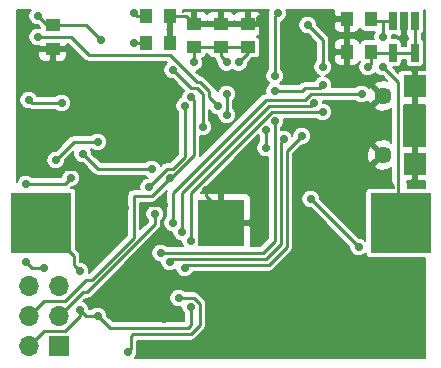
<source format=gbr>
G04 #@! TF.FileFunction,Copper,L1,Top,Signal*
%FSLAX46Y46*%
G04 Gerber Fmt 4.6, Leading zero omitted, Abs format (unit mm)*
G04 Created by KiCad (PCBNEW 4.0.5) date 08/11/17 18:39:36*
%MOMM*%
%LPD*%
G01*
G04 APERTURE LIST*
%ADD10C,0.100000*%
%ADD11R,3.960000X3.960000*%
%ADD12R,5.100000X5.100000*%
%ADD13R,1.700000X1.700000*%
%ADD14O,1.700000X1.700000*%
%ADD15R,0.650000X1.560000*%
%ADD16C,1.450000*%
%ADD17R,1.900000X1.900000*%
%ADD18R,1.000000X1.250000*%
%ADD19R,1.250000X1.000000*%
%ADD20C,0.700000*%
%ADD21C,0.250000*%
%ADD22C,0.175000*%
G04 APERTURE END LIST*
D10*
D11*
X146050000Y-68072000D03*
D12*
X130800000Y-68072000D03*
X161300000Y-68072000D03*
D13*
X132334000Y-78486000D03*
D14*
X129794000Y-78486000D03*
X132334000Y-75946000D03*
X129794000Y-75946000D03*
X132334000Y-73406000D03*
X129794000Y-73406000D03*
D15*
X162494000Y-50974000D03*
X161544000Y-50974000D03*
X160594000Y-50974000D03*
X160594000Y-53674000D03*
X162494000Y-53674000D03*
D16*
X159766000Y-62317000D03*
X159766000Y-57317000D03*
D17*
X162466000Y-63117000D03*
X162466000Y-56517000D03*
D18*
X158734000Y-53594000D03*
X156734000Y-53594000D03*
X158734000Y-50800000D03*
X156734000Y-50800000D03*
D19*
X143764000Y-53197000D03*
X143764000Y-51197000D03*
X146050000Y-53197000D03*
X146050000Y-51197000D03*
X148336000Y-53197000D03*
X148336000Y-51197000D03*
X131826000Y-51324000D03*
X131826000Y-53324000D03*
D18*
X141716000Y-50546000D03*
X139716000Y-50546000D03*
X141716000Y-52832000D03*
X139716000Y-52832000D03*
D20*
X136271000Y-58267600D03*
X141224000Y-66548000D03*
X139446000Y-66802000D03*
X137922000Y-66802000D03*
X136652000Y-68072000D03*
X137668000Y-75930000D03*
X141224000Y-76200000D03*
X144780000Y-65278000D03*
X131064000Y-62484000D03*
X136144000Y-54864000D03*
X139065000Y-60452000D03*
X138938000Y-58928000D03*
X149098000Y-54610000D03*
X149352000Y-50800000D03*
X133096000Y-53340000D03*
X161544000Y-52324000D03*
X134112000Y-72136000D03*
X159766000Y-52324000D03*
X159766000Y-54864000D03*
X134112000Y-75438000D03*
X157734000Y-70104000D03*
X153670000Y-66040000D03*
X149860000Y-60198000D03*
X149860000Y-61722000D03*
X135890000Y-52578000D03*
X143510000Y-75184000D03*
X135636000Y-75946000D03*
X130556000Y-50546000D03*
X147574000Y-54483000D03*
X146558000Y-54483000D03*
X143764000Y-54483000D03*
X157988000Y-57150000D03*
X141986000Y-68072000D03*
X158496000Y-54864000D03*
X138684000Y-50292000D03*
X138684000Y-52832000D03*
X140462000Y-67310000D03*
X139954000Y-65024000D03*
X143002000Y-58166000D03*
X141732000Y-64262000D03*
X143510000Y-57404000D03*
X146558000Y-58928000D03*
X141732000Y-71374000D03*
X151384000Y-60960000D03*
X146558000Y-57150000D03*
X145796000Y-58166000D03*
X130556000Y-52324000D03*
X129540000Y-71374000D03*
X129540000Y-64770000D03*
X133350000Y-64262000D03*
X131064000Y-71882000D03*
X135636000Y-61214000D03*
X132080000Y-62738000D03*
X142494000Y-74422000D03*
X138176000Y-78994000D03*
X154686000Y-58674000D03*
X143510000Y-69596000D03*
X142748000Y-68834000D03*
X153924000Y-57912000D03*
X150876000Y-50292000D03*
X150622000Y-55626000D03*
X143002000Y-71882000D03*
X152908000Y-60706000D03*
X129794000Y-57658000D03*
X132588000Y-57912000D03*
X134366000Y-62230000D03*
X140208000Y-63500000D03*
X141986000Y-55118000D03*
X144526000Y-59944000D03*
X140970000Y-70612000D03*
X150622000Y-59436000D03*
X150622000Y-56896000D03*
X154686000Y-56388000D03*
X154686000Y-54864000D03*
X153416000Y-51308000D03*
D21*
X138938000Y-58928000D02*
X136931400Y-58928000D01*
X136931400Y-58928000D02*
X136271000Y-58267600D01*
X136652000Y-68072000D02*
X137922000Y-66802000D01*
X139700000Y-66548000D02*
X141224000Y-66548000D01*
X139446000Y-66802000D02*
X139700000Y-66548000D01*
X131064000Y-62992000D02*
X131064000Y-62484000D01*
X131826000Y-63754000D02*
X131064000Y-62992000D01*
X132334000Y-63754000D02*
X131826000Y-63754000D01*
X132588000Y-63500000D02*
X132334000Y-63754000D01*
X133858000Y-63500000D02*
X132588000Y-63500000D01*
X134874000Y-64516000D02*
X133858000Y-63500000D01*
X134874000Y-66294000D02*
X134874000Y-64516000D01*
X136652000Y-68072000D02*
X134874000Y-66294000D01*
X140208000Y-76200000D02*
X141224000Y-76200000D01*
X139954000Y-75946000D02*
X140208000Y-76200000D01*
X137684000Y-75946000D02*
X139954000Y-75946000D01*
X137684000Y-75946000D02*
X137668000Y-75930000D01*
X144780000Y-65786000D02*
X146050000Y-67056000D01*
X144780000Y-65278000D02*
X144780000Y-65786000D01*
X146050000Y-67056000D02*
X146050000Y-68072000D01*
X133604000Y-59944000D02*
X131064000Y-62484000D01*
X133604000Y-57404000D02*
X133604000Y-59944000D01*
X136144000Y-54864000D02*
X133604000Y-57404000D01*
X138938000Y-60325000D02*
X138938000Y-58928000D01*
X139065000Y-60452000D02*
X138938000Y-60325000D01*
X149098000Y-54610000D02*
X149352000Y-54356000D01*
X149352000Y-54356000D02*
X149352000Y-50800000D01*
X149352000Y-50800000D02*
X148955000Y-51197000D01*
X148955000Y-51197000D02*
X148336000Y-51197000D01*
X133096000Y-53340000D02*
X133080000Y-53324000D01*
X133080000Y-53324000D02*
X131826000Y-53324000D01*
X141716000Y-50546000D02*
X143113000Y-50546000D01*
X143113000Y-50546000D02*
X143764000Y-51197000D01*
X146050000Y-51197000D02*
X148336000Y-51197000D01*
X146050000Y-51197000D02*
X143764000Y-51197000D01*
X161544000Y-52324000D02*
X161544000Y-50974000D01*
X161036000Y-64516000D02*
X161036000Y-67808000D01*
X161036000Y-67808000D02*
X161300000Y-68072000D01*
X133604000Y-70876000D02*
X130800000Y-68072000D01*
X133604000Y-71628000D02*
X133604000Y-70876000D01*
X134112000Y-72136000D02*
X133604000Y-71628000D01*
X131318000Y-68072000D02*
X130800000Y-68072000D01*
X159766000Y-50974000D02*
X160594000Y-50974000D01*
X159766000Y-52324000D02*
X159766000Y-50974000D01*
X161036000Y-56134000D02*
X159766000Y-54864000D01*
X161036000Y-64516000D02*
X161036000Y-56134000D01*
X160594000Y-50974000D02*
X158908000Y-50974000D01*
X158908000Y-50974000D02*
X158734000Y-50800000D01*
X129794000Y-78486000D02*
X131064000Y-77216000D01*
X134112000Y-75946000D02*
X134112000Y-75438000D01*
X132842000Y-77216000D02*
X134112000Y-75946000D01*
X131064000Y-77216000D02*
X132842000Y-77216000D01*
X135636000Y-75946000D02*
X134620000Y-75946000D01*
X134620000Y-75946000D02*
X134112000Y-75438000D01*
X153670000Y-66040000D02*
X157734000Y-70104000D01*
X149860000Y-61722000D02*
X149860000Y-60198000D01*
X134636000Y-51324000D02*
X131826000Y-51324000D01*
X135890000Y-52578000D02*
X134636000Y-51324000D01*
X143510000Y-75184000D02*
X143510000Y-76708000D01*
X143510000Y-76708000D02*
X143256000Y-76962000D01*
X143256000Y-76962000D02*
X136652000Y-76962000D01*
X136652000Y-76962000D02*
X135636000Y-75946000D01*
X146050000Y-53197000D02*
X143764000Y-53197000D01*
X148336000Y-53197000D02*
X146050000Y-53197000D01*
X130556000Y-50546000D02*
X131334000Y-51324000D01*
X131334000Y-51324000D02*
X131826000Y-51324000D01*
X148336000Y-53721000D02*
X148336000Y-53197000D01*
X147574000Y-54483000D02*
X148336000Y-53721000D01*
X146558000Y-54483000D02*
X146050000Y-53975000D01*
X146050000Y-53975000D02*
X146050000Y-53197000D01*
X143764000Y-54483000D02*
X143764000Y-53197000D01*
X153670000Y-57150000D02*
X157988000Y-57150000D01*
X153162000Y-57658000D02*
X153670000Y-57150000D01*
X149860000Y-57658000D02*
X153162000Y-57658000D01*
X141986000Y-65532000D02*
X149860000Y-57658000D01*
X141986000Y-65532000D02*
X141986000Y-65532000D01*
X141986000Y-68072000D02*
X141986000Y-65532000D01*
X158734000Y-54626000D02*
X158734000Y-53594000D01*
X158496000Y-54864000D02*
X158734000Y-54626000D01*
X160594000Y-53674000D02*
X158814000Y-53674000D01*
X158814000Y-53674000D02*
X158734000Y-53594000D01*
X162494000Y-53674000D02*
X160594000Y-53674000D01*
X162494000Y-53674000D02*
X162494000Y-50974000D01*
X138938000Y-50546000D02*
X139716000Y-50546000D01*
X138684000Y-50292000D02*
X138938000Y-50546000D01*
X138684000Y-52832000D02*
X139716000Y-52832000D01*
X140462000Y-67310000D02*
X140462000Y-68200398D01*
X140462000Y-68200398D02*
X139446000Y-69216398D01*
X132334000Y-75946000D02*
X134366000Y-73914000D01*
X134748398Y-73914000D02*
X139446000Y-69216398D01*
X134366000Y-73914000D02*
X134748398Y-73914000D01*
X141478000Y-63500000D02*
X139954000Y-65024000D01*
X141986000Y-63500000D02*
X141478000Y-63500000D01*
X143002000Y-62484000D02*
X141986000Y-63500000D01*
X143002000Y-58166000D02*
X143002000Y-62484000D01*
X129794000Y-75946000D02*
X131064000Y-74676000D01*
X131064000Y-74676000D02*
X132080000Y-74676000D01*
X132842000Y-74676000D02*
X134620000Y-72898000D01*
X134620000Y-72898000D02*
X135128000Y-72898000D01*
X135128000Y-72898000D02*
X138684000Y-69342000D01*
X138684000Y-69342000D02*
X138684000Y-67310000D01*
X140208000Y-65786000D02*
X138684000Y-65786000D01*
X138684000Y-65786000D02*
X138684000Y-67310000D01*
X141732000Y-64262000D02*
X140208000Y-65786000D01*
X132080000Y-74676000D02*
X132842000Y-74676000D01*
X129794000Y-75946000D02*
X129794000Y-75692000D01*
X141732000Y-64262000D02*
X141860398Y-64262000D01*
X143764000Y-62358398D02*
X143764000Y-57658000D01*
X141860398Y-64262000D02*
X143764000Y-62358398D01*
X143764000Y-57658000D02*
X143510000Y-57404000D01*
X143764000Y-57658000D02*
X143510000Y-57404000D01*
X143510000Y-57404000D02*
X143764000Y-57658000D01*
X146558000Y-58928000D02*
X146558000Y-57150000D01*
X141732000Y-71374000D02*
X141986000Y-71120000D01*
X141986000Y-71120000D02*
X149860000Y-71120000D01*
X149860000Y-71120000D02*
X151130000Y-69850000D01*
X151130000Y-69850000D02*
X151130000Y-61214000D01*
X151130000Y-61214000D02*
X151384000Y-60960000D01*
X145796000Y-58166000D02*
X145034000Y-57404000D01*
X145034000Y-57404000D02*
X145034000Y-56896000D01*
X133350000Y-52324000D02*
X130556000Y-52324000D01*
X134874000Y-53848000D02*
X133350000Y-52324000D01*
X141732000Y-53848000D02*
X134874000Y-53848000D01*
X144018000Y-56134000D02*
X141732000Y-53848000D01*
X144272000Y-56134000D02*
X144018000Y-56134000D01*
X145034000Y-56896000D02*
X144272000Y-56134000D01*
X131064000Y-71882000D02*
X130048000Y-71882000D01*
X130048000Y-71882000D02*
X129540000Y-71374000D01*
X132842000Y-64770000D02*
X129540000Y-64770000D01*
X133350000Y-64262000D02*
X132842000Y-64770000D01*
X133604000Y-61214000D02*
X135636000Y-61214000D01*
X132080000Y-62738000D02*
X133604000Y-61214000D01*
X143764000Y-74422000D02*
X142494000Y-74422000D01*
X144272000Y-74930000D02*
X143764000Y-74422000D01*
X144272000Y-76708000D02*
X144272000Y-74930000D01*
X143510000Y-77470000D02*
X144272000Y-76708000D01*
X138626002Y-77470000D02*
X143510000Y-77470000D01*
X138430000Y-77666002D02*
X138626002Y-77470000D01*
X138430000Y-78740000D02*
X138430000Y-77666002D01*
X138176000Y-78994000D02*
X138430000Y-78740000D01*
X150368000Y-58674000D02*
X154686000Y-58674000D01*
X143510000Y-65532000D02*
X150368000Y-58674000D01*
X143510000Y-69596000D02*
X143510000Y-65532000D01*
X142748000Y-65532000D02*
X142748000Y-68834000D01*
X150114000Y-58166000D02*
X142748000Y-65532000D01*
X153670000Y-58166000D02*
X150114000Y-58166000D01*
X153924000Y-57912000D02*
X153670000Y-58166000D01*
X150876000Y-50292000D02*
X150622000Y-50546000D01*
X150622000Y-50546000D02*
X150622000Y-55626000D01*
X143256000Y-71628000D02*
X143002000Y-71882000D01*
X150114000Y-71628000D02*
X143256000Y-71628000D01*
X151638000Y-70104000D02*
X150114000Y-71628000D01*
X151638000Y-61976000D02*
X151638000Y-70104000D01*
X151892000Y-61722000D02*
X151638000Y-61976000D01*
X152908000Y-60706000D02*
X151892000Y-61722000D01*
X132588000Y-57912000D02*
X130048000Y-57912000D01*
X130048000Y-57912000D02*
X129794000Y-57658000D01*
X135636000Y-63500000D02*
X134366000Y-62230000D01*
X136398000Y-63500000D02*
X135636000Y-63500000D01*
X140208000Y-63500000D02*
X136398000Y-63500000D01*
X141986000Y-55118000D02*
X143510000Y-56642000D01*
X143510000Y-56642000D02*
X144018000Y-56642000D01*
X144018000Y-56642000D02*
X144526000Y-57150000D01*
X144526000Y-57150000D02*
X144526000Y-59944000D01*
X149606000Y-70612000D02*
X140970000Y-70612000D01*
X150622000Y-69596000D02*
X149606000Y-70612000D01*
X150622000Y-59436000D02*
X150622000Y-69596000D01*
X152908000Y-56896000D02*
X150622000Y-56896000D01*
X153162000Y-56642000D02*
X152908000Y-56896000D01*
X154432000Y-56642000D02*
X153162000Y-56642000D01*
X154686000Y-56388000D02*
X154432000Y-56642000D01*
X154686000Y-52578000D02*
X154686000Y-54864000D01*
X153416000Y-51308000D02*
X154686000Y-52578000D01*
D22*
G36*
X155638500Y-50056547D02*
X155638500Y-50484625D01*
X155787375Y-50633500D01*
X156567500Y-50633500D01*
X156567500Y-50613500D01*
X156900500Y-50613500D01*
X156900500Y-50633500D01*
X156920500Y-50633500D01*
X156920500Y-50966500D01*
X156900500Y-50966500D01*
X156900500Y-51871625D01*
X157049375Y-52020500D01*
X157352452Y-52020500D01*
X157571323Y-51929841D01*
X157738840Y-51762324D01*
X157816240Y-51575464D01*
X157818435Y-51587128D01*
X157914253Y-51736032D01*
X158060453Y-51835927D01*
X158234000Y-51871071D01*
X159105054Y-51871071D01*
X159098779Y-51877335D01*
X158978637Y-52166669D01*
X158978364Y-52479956D01*
X158996120Y-52522929D01*
X158234000Y-52522929D01*
X158071872Y-52553435D01*
X157922968Y-52649253D01*
X157823073Y-52795453D01*
X157817690Y-52822035D01*
X157738840Y-52631676D01*
X157571323Y-52464159D01*
X157352452Y-52373500D01*
X157049375Y-52373500D01*
X156900500Y-52522375D01*
X156900500Y-53427500D01*
X156920500Y-53427500D01*
X156920500Y-53760500D01*
X156900500Y-53760500D01*
X156900500Y-54665625D01*
X157049375Y-54814500D01*
X157352452Y-54814500D01*
X157571323Y-54723841D01*
X157738840Y-54556324D01*
X157816240Y-54369464D01*
X157818435Y-54381128D01*
X157836667Y-54409461D01*
X157828779Y-54417335D01*
X157708637Y-54706669D01*
X157708364Y-55019956D01*
X157828001Y-55309500D01*
X158049335Y-55531221D01*
X158338669Y-55651363D01*
X158651956Y-55651636D01*
X158941500Y-55531999D01*
X159131137Y-55342693D01*
X159319335Y-55531221D01*
X159608669Y-55651363D01*
X159757997Y-55651493D01*
X160164600Y-56058096D01*
X159915991Y-55979011D01*
X159392548Y-56023461D01*
X159115400Y-56138259D01*
X159045202Y-56360735D01*
X159766000Y-57081533D01*
X159780142Y-57067391D01*
X160015609Y-57302858D01*
X160001467Y-57317000D01*
X160015609Y-57331142D01*
X159780142Y-57566609D01*
X159766000Y-57552467D01*
X159045202Y-58273265D01*
X159115400Y-58495741D01*
X159616009Y-58654989D01*
X160139452Y-58610539D01*
X160416600Y-58495741D01*
X160473500Y-58315410D01*
X160473500Y-61318590D01*
X160416600Y-61138259D01*
X159915991Y-60979011D01*
X159392548Y-61023461D01*
X159115400Y-61138259D01*
X159045202Y-61360735D01*
X159766000Y-62081533D01*
X159780142Y-62067391D01*
X160015609Y-62302858D01*
X160001467Y-62317000D01*
X160015609Y-62331142D01*
X159780142Y-62566609D01*
X159766000Y-62552467D01*
X159045202Y-63273265D01*
X159115400Y-63495741D01*
X159616009Y-63654989D01*
X160139452Y-63610539D01*
X160416600Y-63495741D01*
X160473500Y-63315410D01*
X160473500Y-64515995D01*
X160473499Y-64516000D01*
X160516318Y-64731260D01*
X160638252Y-64913748D01*
X160737500Y-65012996D01*
X160737500Y-65075929D01*
X158750000Y-65075929D01*
X158587872Y-65106435D01*
X158438968Y-65202253D01*
X158339073Y-65348453D01*
X158303929Y-65522000D01*
X158303929Y-69560259D01*
X158180665Y-69436779D01*
X157891331Y-69316637D01*
X157742003Y-69316507D01*
X154457507Y-66032011D01*
X154457636Y-65884044D01*
X154337999Y-65594500D01*
X154116665Y-65372779D01*
X153827331Y-65252637D01*
X153514044Y-65252364D01*
X153224500Y-65372001D01*
X153002779Y-65593335D01*
X152882637Y-65882669D01*
X152882364Y-66195956D01*
X153002001Y-66485500D01*
X153223335Y-66707221D01*
X153512669Y-66827363D01*
X153661997Y-66827493D01*
X156946493Y-70111989D01*
X156946364Y-70259956D01*
X157066001Y-70549500D01*
X157287335Y-70771221D01*
X157576669Y-70891363D01*
X157889956Y-70891636D01*
X158179500Y-70771999D01*
X158308014Y-70643709D01*
X158334435Y-70784128D01*
X158430253Y-70933032D01*
X158576453Y-71032927D01*
X158750000Y-71068071D01*
X163342500Y-71068071D01*
X163342500Y-79522500D01*
X138761243Y-79522500D01*
X138843221Y-79440665D01*
X138963363Y-79151331D01*
X138963595Y-78885316D01*
X138992500Y-78740000D01*
X138992500Y-78032500D01*
X143509995Y-78032500D01*
X143510000Y-78032501D01*
X143725260Y-77989682D01*
X143907748Y-77867748D01*
X144669745Y-77105750D01*
X144669748Y-77105748D01*
X144791682Y-76923259D01*
X144804981Y-76856400D01*
X144834501Y-76708000D01*
X144834500Y-76707995D01*
X144834500Y-74930000D01*
X144791682Y-74714741D01*
X144669748Y-74532252D01*
X144669745Y-74532250D01*
X144161748Y-74024252D01*
X143979260Y-73902318D01*
X143764000Y-73859499D01*
X143763995Y-73859500D01*
X143045203Y-73859500D01*
X142940665Y-73754779D01*
X142651331Y-73634637D01*
X142338044Y-73634364D01*
X142048500Y-73754001D01*
X141826779Y-73975335D01*
X141706637Y-74264669D01*
X141706364Y-74577956D01*
X141826001Y-74867500D01*
X142047335Y-75089221D01*
X142336669Y-75209363D01*
X142649956Y-75209636D01*
X142722504Y-75179660D01*
X142722364Y-75339956D01*
X142842001Y-75629500D01*
X142947500Y-75735183D01*
X142947500Y-76399500D01*
X136884996Y-76399500D01*
X136423507Y-75938011D01*
X136423636Y-75790044D01*
X136303999Y-75500500D01*
X136082665Y-75278779D01*
X135793331Y-75158637D01*
X135480044Y-75158364D01*
X135190500Y-75278001D01*
X135084817Y-75383500D01*
X134899548Y-75383500D01*
X134899636Y-75282044D01*
X134779999Y-74992500D01*
X134558665Y-74770779D01*
X134379226Y-74696270D01*
X134598996Y-74476500D01*
X134748393Y-74476500D01*
X134748398Y-74476501D01*
X134963658Y-74433682D01*
X135146146Y-74311748D01*
X139843745Y-69614148D01*
X139843748Y-69614146D01*
X140859748Y-68598146D01*
X140981682Y-68415658D01*
X141024501Y-68200398D01*
X141024500Y-68200393D01*
X141024500Y-67861203D01*
X141129221Y-67756665D01*
X141249363Y-67467331D01*
X141249636Y-67154044D01*
X141129999Y-66864500D01*
X140908665Y-66642779D01*
X140619331Y-66522637D01*
X140306044Y-66522364D01*
X140016500Y-66642001D01*
X139794779Y-66863335D01*
X139674637Y-67152669D01*
X139674364Y-67465956D01*
X139794001Y-67755500D01*
X139899500Y-67861183D01*
X139899500Y-67967402D01*
X139246500Y-68620402D01*
X139246500Y-66348500D01*
X140207995Y-66348500D01*
X140208000Y-66348501D01*
X140423260Y-66305682D01*
X140605748Y-66183748D01*
X141464720Y-65324776D01*
X141423499Y-65532000D01*
X141423500Y-65532005D01*
X141423500Y-67520797D01*
X141318779Y-67625335D01*
X141198637Y-67914669D01*
X141198364Y-68227956D01*
X141318001Y-68517500D01*
X141539335Y-68739221D01*
X141828669Y-68859363D01*
X141960478Y-68859478D01*
X141960364Y-68989956D01*
X142080001Y-69279500D01*
X142301335Y-69501221D01*
X142590669Y-69621363D01*
X142722478Y-69621478D01*
X142722364Y-69751956D01*
X142842001Y-70041500D01*
X142849987Y-70049500D01*
X141521203Y-70049500D01*
X141416665Y-69944779D01*
X141127331Y-69824637D01*
X140814044Y-69824364D01*
X140524500Y-69944001D01*
X140302779Y-70165335D01*
X140182637Y-70454669D01*
X140182364Y-70767956D01*
X140302001Y-71057500D01*
X140523335Y-71279221D01*
X140812669Y-71399363D01*
X140944478Y-71399478D01*
X140944364Y-71529956D01*
X141064001Y-71819500D01*
X141285335Y-72041221D01*
X141574669Y-72161363D01*
X141887956Y-72161636D01*
X142177500Y-72041999D01*
X142214393Y-72005171D01*
X142214364Y-72037956D01*
X142334001Y-72327500D01*
X142555335Y-72549221D01*
X142844669Y-72669363D01*
X143157956Y-72669636D01*
X143447500Y-72549999D01*
X143669221Y-72328665D01*
X143726592Y-72190500D01*
X150113995Y-72190500D01*
X150114000Y-72190501D01*
X150329260Y-72147682D01*
X150511748Y-72025748D01*
X152035745Y-70501750D01*
X152035748Y-70501748D01*
X152157682Y-70319259D01*
X152200500Y-70104000D01*
X152200500Y-62208995D01*
X152242486Y-62167009D01*
X158428011Y-62167009D01*
X158472461Y-62690452D01*
X158587259Y-62967600D01*
X158809735Y-63037798D01*
X159530533Y-62317000D01*
X158809735Y-61596202D01*
X158587259Y-61666400D01*
X158428011Y-62167009D01*
X152242486Y-62167009D01*
X152289745Y-62119750D01*
X152289748Y-62119748D01*
X152915989Y-61493507D01*
X153063956Y-61493636D01*
X153353500Y-61373999D01*
X153575221Y-61152665D01*
X153695363Y-60863331D01*
X153695636Y-60550044D01*
X153575999Y-60260500D01*
X153354665Y-60038779D01*
X153065331Y-59918637D01*
X152752044Y-59918364D01*
X152462500Y-60038001D01*
X152240779Y-60259335D01*
X152120637Y-60548669D01*
X152120522Y-60680339D01*
X152051999Y-60514500D01*
X151830665Y-60292779D01*
X151541331Y-60172637D01*
X151228044Y-60172364D01*
X151184500Y-60190356D01*
X151184500Y-59987203D01*
X151289221Y-59882665D01*
X151409363Y-59593331D01*
X151409636Y-59280044D01*
X151391644Y-59236500D01*
X154134797Y-59236500D01*
X154239335Y-59341221D01*
X154528669Y-59461363D01*
X154841956Y-59461636D01*
X155131500Y-59341999D01*
X155353221Y-59120665D01*
X155473363Y-58831331D01*
X155473636Y-58518044D01*
X155353999Y-58228500D01*
X155132665Y-58006779D01*
X154843331Y-57886637D01*
X154711522Y-57886522D01*
X154711636Y-57756044D01*
X154693644Y-57712500D01*
X157436797Y-57712500D01*
X157541335Y-57817221D01*
X157830669Y-57937363D01*
X158143956Y-57937636D01*
X158433500Y-57817999D01*
X158498440Y-57753172D01*
X158587259Y-57967600D01*
X158809735Y-58037798D01*
X159530533Y-57317000D01*
X158809735Y-56596202D01*
X158610610Y-56659032D01*
X158434665Y-56482779D01*
X158145331Y-56362637D01*
X157832044Y-56362364D01*
X157542500Y-56482001D01*
X157436817Y-56587500D01*
X155455853Y-56587500D01*
X155473363Y-56545331D01*
X155473636Y-56232044D01*
X155353999Y-55942500D01*
X155132665Y-55720779D01*
X154904206Y-55625915D01*
X155131500Y-55531999D01*
X155353221Y-55310665D01*
X155473363Y-55021331D01*
X155473636Y-54708044D01*
X155353999Y-54418500D01*
X155248500Y-54312817D01*
X155248500Y-53909375D01*
X155638500Y-53909375D01*
X155638500Y-54337453D01*
X155729160Y-54556324D01*
X155896677Y-54723841D01*
X156115548Y-54814500D01*
X156418625Y-54814500D01*
X156567500Y-54665625D01*
X156567500Y-53760500D01*
X155787375Y-53760500D01*
X155638500Y-53909375D01*
X155248500Y-53909375D01*
X155248500Y-52850547D01*
X155638500Y-52850547D01*
X155638500Y-53278625D01*
X155787375Y-53427500D01*
X156567500Y-53427500D01*
X156567500Y-52522375D01*
X156418625Y-52373500D01*
X156115548Y-52373500D01*
X155896677Y-52464159D01*
X155729160Y-52631676D01*
X155638500Y-52850547D01*
X155248500Y-52850547D01*
X155248500Y-52578000D01*
X155228695Y-52478435D01*
X155205682Y-52362740D01*
X155151356Y-52281435D01*
X155083748Y-52180252D01*
X155083745Y-52180250D01*
X154203507Y-51300011D01*
X154203636Y-51152044D01*
X154188485Y-51115375D01*
X155638500Y-51115375D01*
X155638500Y-51543453D01*
X155729160Y-51762324D01*
X155896677Y-51929841D01*
X156115548Y-52020500D01*
X156418625Y-52020500D01*
X156567500Y-51871625D01*
X156567500Y-50966500D01*
X155787375Y-50966500D01*
X155638500Y-51115375D01*
X154188485Y-51115375D01*
X154083999Y-50862500D01*
X153862665Y-50640779D01*
X153573331Y-50520637D01*
X153260044Y-50520364D01*
X152970500Y-50640001D01*
X152748779Y-50861335D01*
X152628637Y-51150669D01*
X152628364Y-51463956D01*
X152748001Y-51753500D01*
X152969335Y-51975221D01*
X153258669Y-52095363D01*
X153407997Y-52095493D01*
X154123500Y-52810995D01*
X154123500Y-54312797D01*
X154018779Y-54417335D01*
X153898637Y-54706669D01*
X153898364Y-55019956D01*
X154018001Y-55309500D01*
X154239335Y-55531221D01*
X154467794Y-55626085D01*
X154240500Y-55720001D01*
X154018779Y-55941335D01*
X153961408Y-56079500D01*
X153162000Y-56079500D01*
X152946740Y-56122318D01*
X152873646Y-56171158D01*
X152764252Y-56244252D01*
X152764250Y-56244255D01*
X152675005Y-56333500D01*
X151173203Y-56333500D01*
X151100693Y-56260863D01*
X151289221Y-56072665D01*
X151409363Y-55783331D01*
X151409636Y-55470044D01*
X151289999Y-55180500D01*
X151184500Y-55074817D01*
X151184500Y-51016606D01*
X151321500Y-50959999D01*
X151543221Y-50738665D01*
X151663363Y-50449331D01*
X151663636Y-50136044D01*
X151614655Y-50017500D01*
X155654674Y-50017500D01*
X155638500Y-50056547D01*
X155638500Y-50056547D01*
G37*
X155638500Y-50056547D02*
X155638500Y-50484625D01*
X155787375Y-50633500D01*
X156567500Y-50633500D01*
X156567500Y-50613500D01*
X156900500Y-50613500D01*
X156900500Y-50633500D01*
X156920500Y-50633500D01*
X156920500Y-50966500D01*
X156900500Y-50966500D01*
X156900500Y-51871625D01*
X157049375Y-52020500D01*
X157352452Y-52020500D01*
X157571323Y-51929841D01*
X157738840Y-51762324D01*
X157816240Y-51575464D01*
X157818435Y-51587128D01*
X157914253Y-51736032D01*
X158060453Y-51835927D01*
X158234000Y-51871071D01*
X159105054Y-51871071D01*
X159098779Y-51877335D01*
X158978637Y-52166669D01*
X158978364Y-52479956D01*
X158996120Y-52522929D01*
X158234000Y-52522929D01*
X158071872Y-52553435D01*
X157922968Y-52649253D01*
X157823073Y-52795453D01*
X157817690Y-52822035D01*
X157738840Y-52631676D01*
X157571323Y-52464159D01*
X157352452Y-52373500D01*
X157049375Y-52373500D01*
X156900500Y-52522375D01*
X156900500Y-53427500D01*
X156920500Y-53427500D01*
X156920500Y-53760500D01*
X156900500Y-53760500D01*
X156900500Y-54665625D01*
X157049375Y-54814500D01*
X157352452Y-54814500D01*
X157571323Y-54723841D01*
X157738840Y-54556324D01*
X157816240Y-54369464D01*
X157818435Y-54381128D01*
X157836667Y-54409461D01*
X157828779Y-54417335D01*
X157708637Y-54706669D01*
X157708364Y-55019956D01*
X157828001Y-55309500D01*
X158049335Y-55531221D01*
X158338669Y-55651363D01*
X158651956Y-55651636D01*
X158941500Y-55531999D01*
X159131137Y-55342693D01*
X159319335Y-55531221D01*
X159608669Y-55651363D01*
X159757997Y-55651493D01*
X160164600Y-56058096D01*
X159915991Y-55979011D01*
X159392548Y-56023461D01*
X159115400Y-56138259D01*
X159045202Y-56360735D01*
X159766000Y-57081533D01*
X159780142Y-57067391D01*
X160015609Y-57302858D01*
X160001467Y-57317000D01*
X160015609Y-57331142D01*
X159780142Y-57566609D01*
X159766000Y-57552467D01*
X159045202Y-58273265D01*
X159115400Y-58495741D01*
X159616009Y-58654989D01*
X160139452Y-58610539D01*
X160416600Y-58495741D01*
X160473500Y-58315410D01*
X160473500Y-61318590D01*
X160416600Y-61138259D01*
X159915991Y-60979011D01*
X159392548Y-61023461D01*
X159115400Y-61138259D01*
X159045202Y-61360735D01*
X159766000Y-62081533D01*
X159780142Y-62067391D01*
X160015609Y-62302858D01*
X160001467Y-62317000D01*
X160015609Y-62331142D01*
X159780142Y-62566609D01*
X159766000Y-62552467D01*
X159045202Y-63273265D01*
X159115400Y-63495741D01*
X159616009Y-63654989D01*
X160139452Y-63610539D01*
X160416600Y-63495741D01*
X160473500Y-63315410D01*
X160473500Y-64515995D01*
X160473499Y-64516000D01*
X160516318Y-64731260D01*
X160638252Y-64913748D01*
X160737500Y-65012996D01*
X160737500Y-65075929D01*
X158750000Y-65075929D01*
X158587872Y-65106435D01*
X158438968Y-65202253D01*
X158339073Y-65348453D01*
X158303929Y-65522000D01*
X158303929Y-69560259D01*
X158180665Y-69436779D01*
X157891331Y-69316637D01*
X157742003Y-69316507D01*
X154457507Y-66032011D01*
X154457636Y-65884044D01*
X154337999Y-65594500D01*
X154116665Y-65372779D01*
X153827331Y-65252637D01*
X153514044Y-65252364D01*
X153224500Y-65372001D01*
X153002779Y-65593335D01*
X152882637Y-65882669D01*
X152882364Y-66195956D01*
X153002001Y-66485500D01*
X153223335Y-66707221D01*
X153512669Y-66827363D01*
X153661997Y-66827493D01*
X156946493Y-70111989D01*
X156946364Y-70259956D01*
X157066001Y-70549500D01*
X157287335Y-70771221D01*
X157576669Y-70891363D01*
X157889956Y-70891636D01*
X158179500Y-70771999D01*
X158308014Y-70643709D01*
X158334435Y-70784128D01*
X158430253Y-70933032D01*
X158576453Y-71032927D01*
X158750000Y-71068071D01*
X163342500Y-71068071D01*
X163342500Y-79522500D01*
X138761243Y-79522500D01*
X138843221Y-79440665D01*
X138963363Y-79151331D01*
X138963595Y-78885316D01*
X138992500Y-78740000D01*
X138992500Y-78032500D01*
X143509995Y-78032500D01*
X143510000Y-78032501D01*
X143725260Y-77989682D01*
X143907748Y-77867748D01*
X144669745Y-77105750D01*
X144669748Y-77105748D01*
X144791682Y-76923259D01*
X144804981Y-76856400D01*
X144834501Y-76708000D01*
X144834500Y-76707995D01*
X144834500Y-74930000D01*
X144791682Y-74714741D01*
X144669748Y-74532252D01*
X144669745Y-74532250D01*
X144161748Y-74024252D01*
X143979260Y-73902318D01*
X143764000Y-73859499D01*
X143763995Y-73859500D01*
X143045203Y-73859500D01*
X142940665Y-73754779D01*
X142651331Y-73634637D01*
X142338044Y-73634364D01*
X142048500Y-73754001D01*
X141826779Y-73975335D01*
X141706637Y-74264669D01*
X141706364Y-74577956D01*
X141826001Y-74867500D01*
X142047335Y-75089221D01*
X142336669Y-75209363D01*
X142649956Y-75209636D01*
X142722504Y-75179660D01*
X142722364Y-75339956D01*
X142842001Y-75629500D01*
X142947500Y-75735183D01*
X142947500Y-76399500D01*
X136884996Y-76399500D01*
X136423507Y-75938011D01*
X136423636Y-75790044D01*
X136303999Y-75500500D01*
X136082665Y-75278779D01*
X135793331Y-75158637D01*
X135480044Y-75158364D01*
X135190500Y-75278001D01*
X135084817Y-75383500D01*
X134899548Y-75383500D01*
X134899636Y-75282044D01*
X134779999Y-74992500D01*
X134558665Y-74770779D01*
X134379226Y-74696270D01*
X134598996Y-74476500D01*
X134748393Y-74476500D01*
X134748398Y-74476501D01*
X134963658Y-74433682D01*
X135146146Y-74311748D01*
X139843745Y-69614148D01*
X139843748Y-69614146D01*
X140859748Y-68598146D01*
X140981682Y-68415658D01*
X141024501Y-68200398D01*
X141024500Y-68200393D01*
X141024500Y-67861203D01*
X141129221Y-67756665D01*
X141249363Y-67467331D01*
X141249636Y-67154044D01*
X141129999Y-66864500D01*
X140908665Y-66642779D01*
X140619331Y-66522637D01*
X140306044Y-66522364D01*
X140016500Y-66642001D01*
X139794779Y-66863335D01*
X139674637Y-67152669D01*
X139674364Y-67465956D01*
X139794001Y-67755500D01*
X139899500Y-67861183D01*
X139899500Y-67967402D01*
X139246500Y-68620402D01*
X139246500Y-66348500D01*
X140207995Y-66348500D01*
X140208000Y-66348501D01*
X140423260Y-66305682D01*
X140605748Y-66183748D01*
X141464720Y-65324776D01*
X141423499Y-65532000D01*
X141423500Y-65532005D01*
X141423500Y-67520797D01*
X141318779Y-67625335D01*
X141198637Y-67914669D01*
X141198364Y-68227956D01*
X141318001Y-68517500D01*
X141539335Y-68739221D01*
X141828669Y-68859363D01*
X141960478Y-68859478D01*
X141960364Y-68989956D01*
X142080001Y-69279500D01*
X142301335Y-69501221D01*
X142590669Y-69621363D01*
X142722478Y-69621478D01*
X142722364Y-69751956D01*
X142842001Y-70041500D01*
X142849987Y-70049500D01*
X141521203Y-70049500D01*
X141416665Y-69944779D01*
X141127331Y-69824637D01*
X140814044Y-69824364D01*
X140524500Y-69944001D01*
X140302779Y-70165335D01*
X140182637Y-70454669D01*
X140182364Y-70767956D01*
X140302001Y-71057500D01*
X140523335Y-71279221D01*
X140812669Y-71399363D01*
X140944478Y-71399478D01*
X140944364Y-71529956D01*
X141064001Y-71819500D01*
X141285335Y-72041221D01*
X141574669Y-72161363D01*
X141887956Y-72161636D01*
X142177500Y-72041999D01*
X142214393Y-72005171D01*
X142214364Y-72037956D01*
X142334001Y-72327500D01*
X142555335Y-72549221D01*
X142844669Y-72669363D01*
X143157956Y-72669636D01*
X143447500Y-72549999D01*
X143669221Y-72328665D01*
X143726592Y-72190500D01*
X150113995Y-72190500D01*
X150114000Y-72190501D01*
X150329260Y-72147682D01*
X150511748Y-72025748D01*
X152035745Y-70501750D01*
X152035748Y-70501748D01*
X152157682Y-70319259D01*
X152200500Y-70104000D01*
X152200500Y-62208995D01*
X152242486Y-62167009D01*
X158428011Y-62167009D01*
X158472461Y-62690452D01*
X158587259Y-62967600D01*
X158809735Y-63037798D01*
X159530533Y-62317000D01*
X158809735Y-61596202D01*
X158587259Y-61666400D01*
X158428011Y-62167009D01*
X152242486Y-62167009D01*
X152289745Y-62119750D01*
X152289748Y-62119748D01*
X152915989Y-61493507D01*
X153063956Y-61493636D01*
X153353500Y-61373999D01*
X153575221Y-61152665D01*
X153695363Y-60863331D01*
X153695636Y-60550044D01*
X153575999Y-60260500D01*
X153354665Y-60038779D01*
X153065331Y-59918637D01*
X152752044Y-59918364D01*
X152462500Y-60038001D01*
X152240779Y-60259335D01*
X152120637Y-60548669D01*
X152120522Y-60680339D01*
X152051999Y-60514500D01*
X151830665Y-60292779D01*
X151541331Y-60172637D01*
X151228044Y-60172364D01*
X151184500Y-60190356D01*
X151184500Y-59987203D01*
X151289221Y-59882665D01*
X151409363Y-59593331D01*
X151409636Y-59280044D01*
X151391644Y-59236500D01*
X154134797Y-59236500D01*
X154239335Y-59341221D01*
X154528669Y-59461363D01*
X154841956Y-59461636D01*
X155131500Y-59341999D01*
X155353221Y-59120665D01*
X155473363Y-58831331D01*
X155473636Y-58518044D01*
X155353999Y-58228500D01*
X155132665Y-58006779D01*
X154843331Y-57886637D01*
X154711522Y-57886522D01*
X154711636Y-57756044D01*
X154693644Y-57712500D01*
X157436797Y-57712500D01*
X157541335Y-57817221D01*
X157830669Y-57937363D01*
X158143956Y-57937636D01*
X158433500Y-57817999D01*
X158498440Y-57753172D01*
X158587259Y-57967600D01*
X158809735Y-58037798D01*
X159530533Y-57317000D01*
X158809735Y-56596202D01*
X158610610Y-56659032D01*
X158434665Y-56482779D01*
X158145331Y-56362637D01*
X157832044Y-56362364D01*
X157542500Y-56482001D01*
X157436817Y-56587500D01*
X155455853Y-56587500D01*
X155473363Y-56545331D01*
X155473636Y-56232044D01*
X155353999Y-55942500D01*
X155132665Y-55720779D01*
X154904206Y-55625915D01*
X155131500Y-55531999D01*
X155353221Y-55310665D01*
X155473363Y-55021331D01*
X155473636Y-54708044D01*
X155353999Y-54418500D01*
X155248500Y-54312817D01*
X155248500Y-53909375D01*
X155638500Y-53909375D01*
X155638500Y-54337453D01*
X155729160Y-54556324D01*
X155896677Y-54723841D01*
X156115548Y-54814500D01*
X156418625Y-54814500D01*
X156567500Y-54665625D01*
X156567500Y-53760500D01*
X155787375Y-53760500D01*
X155638500Y-53909375D01*
X155248500Y-53909375D01*
X155248500Y-52850547D01*
X155638500Y-52850547D01*
X155638500Y-53278625D01*
X155787375Y-53427500D01*
X156567500Y-53427500D01*
X156567500Y-52522375D01*
X156418625Y-52373500D01*
X156115548Y-52373500D01*
X155896677Y-52464159D01*
X155729160Y-52631676D01*
X155638500Y-52850547D01*
X155248500Y-52850547D01*
X155248500Y-52578000D01*
X155228695Y-52478435D01*
X155205682Y-52362740D01*
X155151356Y-52281435D01*
X155083748Y-52180252D01*
X155083745Y-52180250D01*
X154203507Y-51300011D01*
X154203636Y-51152044D01*
X154188485Y-51115375D01*
X155638500Y-51115375D01*
X155638500Y-51543453D01*
X155729160Y-51762324D01*
X155896677Y-51929841D01*
X156115548Y-52020500D01*
X156418625Y-52020500D01*
X156567500Y-51871625D01*
X156567500Y-50966500D01*
X155787375Y-50966500D01*
X155638500Y-51115375D01*
X154188485Y-51115375D01*
X154083999Y-50862500D01*
X153862665Y-50640779D01*
X153573331Y-50520637D01*
X153260044Y-50520364D01*
X152970500Y-50640001D01*
X152748779Y-50861335D01*
X152628637Y-51150669D01*
X152628364Y-51463956D01*
X152748001Y-51753500D01*
X152969335Y-51975221D01*
X153258669Y-52095363D01*
X153407997Y-52095493D01*
X154123500Y-52810995D01*
X154123500Y-54312797D01*
X154018779Y-54417335D01*
X153898637Y-54706669D01*
X153898364Y-55019956D01*
X154018001Y-55309500D01*
X154239335Y-55531221D01*
X154467794Y-55626085D01*
X154240500Y-55720001D01*
X154018779Y-55941335D01*
X153961408Y-56079500D01*
X153162000Y-56079500D01*
X152946740Y-56122318D01*
X152873646Y-56171158D01*
X152764252Y-56244252D01*
X152764250Y-56244255D01*
X152675005Y-56333500D01*
X151173203Y-56333500D01*
X151100693Y-56260863D01*
X151289221Y-56072665D01*
X151409363Y-55783331D01*
X151409636Y-55470044D01*
X151289999Y-55180500D01*
X151184500Y-55074817D01*
X151184500Y-51016606D01*
X151321500Y-50959999D01*
X151543221Y-50738665D01*
X151663363Y-50449331D01*
X151663636Y-50136044D01*
X151614655Y-50017500D01*
X155654674Y-50017500D01*
X155638500Y-50056547D01*
G36*
X129960500Y-73239500D02*
X129980500Y-73239500D01*
X129980500Y-73572500D01*
X129960500Y-73572500D01*
X129960500Y-73592500D01*
X129627500Y-73592500D01*
X129627500Y-73572500D01*
X129607500Y-73572500D01*
X129607500Y-73239500D01*
X129627500Y-73239500D01*
X129627500Y-73219500D01*
X129960500Y-73219500D01*
X129960500Y-73239500D01*
X129960500Y-73239500D01*
G37*
X129960500Y-73239500D02*
X129980500Y-73239500D01*
X129980500Y-73572500D01*
X129960500Y-73572500D01*
X129960500Y-73592500D01*
X129627500Y-73592500D01*
X129627500Y-73572500D01*
X129607500Y-73572500D01*
X129607500Y-73239500D01*
X129627500Y-73239500D01*
X129627500Y-73219500D01*
X129960500Y-73219500D01*
X129960500Y-73239500D01*
G36*
X129888779Y-50099335D02*
X129768637Y-50388669D01*
X129768364Y-50701956D01*
X129888001Y-50991500D01*
X130109335Y-51213221D01*
X130398669Y-51333363D01*
X130547998Y-51333493D01*
X130754929Y-51540424D01*
X130754929Y-51553910D01*
X130713331Y-51536637D01*
X130400044Y-51536364D01*
X130110500Y-51656001D01*
X129888779Y-51877335D01*
X129768637Y-52166669D01*
X129768364Y-52479956D01*
X129888001Y-52769500D01*
X130109335Y-52991221D01*
X130398669Y-53111363D01*
X130708508Y-53111633D01*
X130754375Y-53157500D01*
X131659500Y-53157500D01*
X131659500Y-53137500D01*
X131992500Y-53137500D01*
X131992500Y-53157500D01*
X132897625Y-53157500D01*
X133046500Y-53008625D01*
X133046500Y-52886500D01*
X133117004Y-52886500D01*
X134476250Y-54245745D01*
X134476252Y-54245748D01*
X134658741Y-54367682D01*
X134874000Y-54410500D01*
X141499004Y-54410500D01*
X141539502Y-54450998D01*
X141318779Y-54671335D01*
X141198637Y-54960669D01*
X141198364Y-55273956D01*
X141318001Y-55563500D01*
X141539335Y-55785221D01*
X141828669Y-55905363D01*
X141977997Y-55905493D01*
X142936391Y-56863886D01*
X142842779Y-56957335D01*
X142722637Y-57246669D01*
X142722478Y-57429420D01*
X142556500Y-57498001D01*
X142334779Y-57719335D01*
X142214637Y-58008669D01*
X142214364Y-58321956D01*
X142334001Y-58611500D01*
X142439500Y-58717183D01*
X142439500Y-62251004D01*
X141753004Y-62937500D01*
X141478000Y-62937500D01*
X141262741Y-62980318D01*
X141080252Y-63102252D01*
X141080250Y-63102255D01*
X140949681Y-63232824D01*
X140875999Y-63054500D01*
X140654665Y-62832779D01*
X140365331Y-62712637D01*
X140052044Y-62712364D01*
X139762500Y-62832001D01*
X139656817Y-62937500D01*
X135868995Y-62937500D01*
X135153507Y-62222011D01*
X135153636Y-62074044D01*
X135033999Y-61784500D01*
X135026013Y-61776500D01*
X135084797Y-61776500D01*
X135189335Y-61881221D01*
X135478669Y-62001363D01*
X135791956Y-62001636D01*
X136081500Y-61881999D01*
X136303221Y-61660665D01*
X136423363Y-61371331D01*
X136423636Y-61058044D01*
X136303999Y-60768500D01*
X136082665Y-60546779D01*
X135793331Y-60426637D01*
X135480044Y-60426364D01*
X135190500Y-60546001D01*
X135084817Y-60651500D01*
X133604000Y-60651500D01*
X133388741Y-60694318D01*
X133206252Y-60816252D01*
X133206250Y-60816255D01*
X132072011Y-61950493D01*
X131924044Y-61950364D01*
X131634500Y-62070001D01*
X131412779Y-62291335D01*
X131292637Y-62580669D01*
X131292364Y-62893956D01*
X131412001Y-63183500D01*
X131633335Y-63405221D01*
X131922669Y-63525363D01*
X132235956Y-63525636D01*
X132525500Y-63405999D01*
X132747221Y-63184665D01*
X132867363Y-62895331D01*
X132867493Y-62746003D01*
X133605486Y-62008009D01*
X133578637Y-62072669D01*
X133578364Y-62385956D01*
X133698001Y-62675500D01*
X133919335Y-62897221D01*
X134208669Y-63017363D01*
X134357997Y-63017493D01*
X135238250Y-63897745D01*
X135238252Y-63897748D01*
X135321690Y-63953499D01*
X135420740Y-64019682D01*
X135636000Y-64062500D01*
X139656797Y-64062500D01*
X139761335Y-64167221D01*
X139928123Y-64236477D01*
X139798044Y-64236364D01*
X139508500Y-64356001D01*
X139286779Y-64577335D01*
X139166637Y-64866669D01*
X139166364Y-65179956D01*
X139184356Y-65223500D01*
X138684000Y-65223500D01*
X138468741Y-65266318D01*
X138286252Y-65388252D01*
X138164318Y-65570741D01*
X138121500Y-65786000D01*
X138121500Y-69109005D01*
X134895004Y-72335500D01*
X134881853Y-72335500D01*
X134899363Y-72293331D01*
X134899636Y-71980044D01*
X134779999Y-71690500D01*
X134558665Y-71468779D01*
X134269331Y-71348637D01*
X134166500Y-71348547D01*
X134166500Y-70876005D01*
X134166501Y-70876000D01*
X134123682Y-70660741D01*
X134097796Y-70622000D01*
X134001748Y-70478252D01*
X134001745Y-70478250D01*
X133796071Y-70272576D01*
X133796071Y-65522000D01*
X133765565Y-65359872D01*
X133669747Y-65210968D01*
X133523547Y-65111073D01*
X133350000Y-65075929D01*
X133331567Y-65075929D01*
X133357989Y-65049507D01*
X133505956Y-65049636D01*
X133795500Y-64929999D01*
X134017221Y-64708665D01*
X134137363Y-64419331D01*
X134137636Y-64106044D01*
X134017999Y-63816500D01*
X133796665Y-63594779D01*
X133507331Y-63474637D01*
X133194044Y-63474364D01*
X132904500Y-63594001D01*
X132682779Y-63815335D01*
X132562637Y-64104669D01*
X132562547Y-64207500D01*
X130091203Y-64207500D01*
X129986665Y-64102779D01*
X129697331Y-63982637D01*
X129384044Y-63982364D01*
X129094500Y-64102001D01*
X128872779Y-64323335D01*
X128757500Y-64600958D01*
X128757500Y-57813956D01*
X129006364Y-57813956D01*
X129126001Y-58103500D01*
X129347335Y-58325221D01*
X129636669Y-58445363D01*
X129902684Y-58445595D01*
X130048000Y-58474500D01*
X132036797Y-58474500D01*
X132141335Y-58579221D01*
X132430669Y-58699363D01*
X132743956Y-58699636D01*
X133033500Y-58579999D01*
X133255221Y-58358665D01*
X133375363Y-58069331D01*
X133375636Y-57756044D01*
X133255999Y-57466500D01*
X133034665Y-57244779D01*
X132745331Y-57124637D01*
X132432044Y-57124364D01*
X132142500Y-57244001D01*
X132036817Y-57349500D01*
X130518606Y-57349500D01*
X130461999Y-57212500D01*
X130240665Y-56990779D01*
X129951331Y-56870637D01*
X129638044Y-56870364D01*
X129348500Y-56990001D01*
X129126779Y-57211335D01*
X129006637Y-57500669D01*
X129006364Y-57813956D01*
X128757500Y-57813956D01*
X128757500Y-53639375D01*
X130605500Y-53639375D01*
X130605500Y-53942452D01*
X130696159Y-54161323D01*
X130863676Y-54328840D01*
X131082547Y-54419500D01*
X131510625Y-54419500D01*
X131659500Y-54270625D01*
X131659500Y-53490500D01*
X131992500Y-53490500D01*
X131992500Y-54270625D01*
X132141375Y-54419500D01*
X132569453Y-54419500D01*
X132788324Y-54328840D01*
X132955841Y-54161323D01*
X133046500Y-53942452D01*
X133046500Y-53639375D01*
X132897625Y-53490500D01*
X131992500Y-53490500D01*
X131659500Y-53490500D01*
X130754375Y-53490500D01*
X130605500Y-53639375D01*
X128757500Y-53639375D01*
X128757500Y-50017500D01*
X129970757Y-50017500D01*
X129888779Y-50099335D01*
X129888779Y-50099335D01*
G37*
X129888779Y-50099335D02*
X129768637Y-50388669D01*
X129768364Y-50701956D01*
X129888001Y-50991500D01*
X130109335Y-51213221D01*
X130398669Y-51333363D01*
X130547998Y-51333493D01*
X130754929Y-51540424D01*
X130754929Y-51553910D01*
X130713331Y-51536637D01*
X130400044Y-51536364D01*
X130110500Y-51656001D01*
X129888779Y-51877335D01*
X129768637Y-52166669D01*
X129768364Y-52479956D01*
X129888001Y-52769500D01*
X130109335Y-52991221D01*
X130398669Y-53111363D01*
X130708508Y-53111633D01*
X130754375Y-53157500D01*
X131659500Y-53157500D01*
X131659500Y-53137500D01*
X131992500Y-53137500D01*
X131992500Y-53157500D01*
X132897625Y-53157500D01*
X133046500Y-53008625D01*
X133046500Y-52886500D01*
X133117004Y-52886500D01*
X134476250Y-54245745D01*
X134476252Y-54245748D01*
X134658741Y-54367682D01*
X134874000Y-54410500D01*
X141499004Y-54410500D01*
X141539502Y-54450998D01*
X141318779Y-54671335D01*
X141198637Y-54960669D01*
X141198364Y-55273956D01*
X141318001Y-55563500D01*
X141539335Y-55785221D01*
X141828669Y-55905363D01*
X141977997Y-55905493D01*
X142936391Y-56863886D01*
X142842779Y-56957335D01*
X142722637Y-57246669D01*
X142722478Y-57429420D01*
X142556500Y-57498001D01*
X142334779Y-57719335D01*
X142214637Y-58008669D01*
X142214364Y-58321956D01*
X142334001Y-58611500D01*
X142439500Y-58717183D01*
X142439500Y-62251004D01*
X141753004Y-62937500D01*
X141478000Y-62937500D01*
X141262741Y-62980318D01*
X141080252Y-63102252D01*
X141080250Y-63102255D01*
X140949681Y-63232824D01*
X140875999Y-63054500D01*
X140654665Y-62832779D01*
X140365331Y-62712637D01*
X140052044Y-62712364D01*
X139762500Y-62832001D01*
X139656817Y-62937500D01*
X135868995Y-62937500D01*
X135153507Y-62222011D01*
X135153636Y-62074044D01*
X135033999Y-61784500D01*
X135026013Y-61776500D01*
X135084797Y-61776500D01*
X135189335Y-61881221D01*
X135478669Y-62001363D01*
X135791956Y-62001636D01*
X136081500Y-61881999D01*
X136303221Y-61660665D01*
X136423363Y-61371331D01*
X136423636Y-61058044D01*
X136303999Y-60768500D01*
X136082665Y-60546779D01*
X135793331Y-60426637D01*
X135480044Y-60426364D01*
X135190500Y-60546001D01*
X135084817Y-60651500D01*
X133604000Y-60651500D01*
X133388741Y-60694318D01*
X133206252Y-60816252D01*
X133206250Y-60816255D01*
X132072011Y-61950493D01*
X131924044Y-61950364D01*
X131634500Y-62070001D01*
X131412779Y-62291335D01*
X131292637Y-62580669D01*
X131292364Y-62893956D01*
X131412001Y-63183500D01*
X131633335Y-63405221D01*
X131922669Y-63525363D01*
X132235956Y-63525636D01*
X132525500Y-63405999D01*
X132747221Y-63184665D01*
X132867363Y-62895331D01*
X132867493Y-62746003D01*
X133605486Y-62008009D01*
X133578637Y-62072669D01*
X133578364Y-62385956D01*
X133698001Y-62675500D01*
X133919335Y-62897221D01*
X134208669Y-63017363D01*
X134357997Y-63017493D01*
X135238250Y-63897745D01*
X135238252Y-63897748D01*
X135321690Y-63953499D01*
X135420740Y-64019682D01*
X135636000Y-64062500D01*
X139656797Y-64062500D01*
X139761335Y-64167221D01*
X139928123Y-64236477D01*
X139798044Y-64236364D01*
X139508500Y-64356001D01*
X139286779Y-64577335D01*
X139166637Y-64866669D01*
X139166364Y-65179956D01*
X139184356Y-65223500D01*
X138684000Y-65223500D01*
X138468741Y-65266318D01*
X138286252Y-65388252D01*
X138164318Y-65570741D01*
X138121500Y-65786000D01*
X138121500Y-69109005D01*
X134895004Y-72335500D01*
X134881853Y-72335500D01*
X134899363Y-72293331D01*
X134899636Y-71980044D01*
X134779999Y-71690500D01*
X134558665Y-71468779D01*
X134269331Y-71348637D01*
X134166500Y-71348547D01*
X134166500Y-70876005D01*
X134166501Y-70876000D01*
X134123682Y-70660741D01*
X134097796Y-70622000D01*
X134001748Y-70478252D01*
X134001745Y-70478250D01*
X133796071Y-70272576D01*
X133796071Y-65522000D01*
X133765565Y-65359872D01*
X133669747Y-65210968D01*
X133523547Y-65111073D01*
X133350000Y-65075929D01*
X133331567Y-65075929D01*
X133357989Y-65049507D01*
X133505956Y-65049636D01*
X133795500Y-64929999D01*
X134017221Y-64708665D01*
X134137363Y-64419331D01*
X134137636Y-64106044D01*
X134017999Y-63816500D01*
X133796665Y-63594779D01*
X133507331Y-63474637D01*
X133194044Y-63474364D01*
X132904500Y-63594001D01*
X132682779Y-63815335D01*
X132562637Y-64104669D01*
X132562547Y-64207500D01*
X130091203Y-64207500D01*
X129986665Y-64102779D01*
X129697331Y-63982637D01*
X129384044Y-63982364D01*
X129094500Y-64102001D01*
X128872779Y-64323335D01*
X128757500Y-64600958D01*
X128757500Y-57813956D01*
X129006364Y-57813956D01*
X129126001Y-58103500D01*
X129347335Y-58325221D01*
X129636669Y-58445363D01*
X129902684Y-58445595D01*
X130048000Y-58474500D01*
X132036797Y-58474500D01*
X132141335Y-58579221D01*
X132430669Y-58699363D01*
X132743956Y-58699636D01*
X133033500Y-58579999D01*
X133255221Y-58358665D01*
X133375363Y-58069331D01*
X133375636Y-57756044D01*
X133255999Y-57466500D01*
X133034665Y-57244779D01*
X132745331Y-57124637D01*
X132432044Y-57124364D01*
X132142500Y-57244001D01*
X132036817Y-57349500D01*
X130518606Y-57349500D01*
X130461999Y-57212500D01*
X130240665Y-56990779D01*
X129951331Y-56870637D01*
X129638044Y-56870364D01*
X129348500Y-56990001D01*
X129126779Y-57211335D01*
X129006637Y-57500669D01*
X129006364Y-57813956D01*
X128757500Y-57813956D01*
X128757500Y-53639375D01*
X130605500Y-53639375D01*
X130605500Y-53942452D01*
X130696159Y-54161323D01*
X130863676Y-54328840D01*
X131082547Y-54419500D01*
X131510625Y-54419500D01*
X131659500Y-54270625D01*
X131659500Y-53490500D01*
X131992500Y-53490500D01*
X131992500Y-54270625D01*
X132141375Y-54419500D01*
X132569453Y-54419500D01*
X132788324Y-54328840D01*
X132955841Y-54161323D01*
X133046500Y-53942452D01*
X133046500Y-53639375D01*
X132897625Y-53490500D01*
X131992500Y-53490500D01*
X131659500Y-53490500D01*
X130754375Y-53490500D01*
X130605500Y-53639375D01*
X128757500Y-53639375D01*
X128757500Y-50017500D01*
X129970757Y-50017500D01*
X129888779Y-50099335D01*
G36*
X149297500Y-60749183D02*
X149297500Y-61170797D01*
X149192779Y-61275335D01*
X149072637Y-61564669D01*
X149072364Y-61877956D01*
X149192001Y-62167500D01*
X149413335Y-62389221D01*
X149702669Y-62509363D01*
X150015956Y-62509636D01*
X150059500Y-62491644D01*
X150059500Y-69363004D01*
X149373004Y-70049500D01*
X148625500Y-70049500D01*
X148625500Y-68387375D01*
X148476625Y-68238500D01*
X146216500Y-68238500D01*
X146216500Y-68258500D01*
X145883500Y-68258500D01*
X145883500Y-68238500D01*
X145863500Y-68238500D01*
X145863500Y-67905500D01*
X145883500Y-67905500D01*
X145883500Y-65645375D01*
X146216500Y-65645375D01*
X146216500Y-67905500D01*
X148476625Y-67905500D01*
X148625500Y-67756625D01*
X148625500Y-65973547D01*
X148534840Y-65754676D01*
X148367323Y-65587159D01*
X148148452Y-65496500D01*
X146365375Y-65496500D01*
X146216500Y-65645375D01*
X145883500Y-65645375D01*
X145734625Y-65496500D01*
X144340996Y-65496500D01*
X149192997Y-60644498D01*
X149297500Y-60749183D01*
X149297500Y-60749183D01*
G37*
X149297500Y-60749183D02*
X149297500Y-61170797D01*
X149192779Y-61275335D01*
X149072637Y-61564669D01*
X149072364Y-61877956D01*
X149192001Y-62167500D01*
X149413335Y-62389221D01*
X149702669Y-62509363D01*
X150015956Y-62509636D01*
X150059500Y-62491644D01*
X150059500Y-69363004D01*
X149373004Y-70049500D01*
X148625500Y-70049500D01*
X148625500Y-68387375D01*
X148476625Y-68238500D01*
X146216500Y-68238500D01*
X146216500Y-68258500D01*
X145883500Y-68258500D01*
X145883500Y-68238500D01*
X145863500Y-68238500D01*
X145863500Y-67905500D01*
X145883500Y-67905500D01*
X145883500Y-65645375D01*
X146216500Y-65645375D01*
X146216500Y-67905500D01*
X148476625Y-67905500D01*
X148625500Y-67756625D01*
X148625500Y-65973547D01*
X148534840Y-65754676D01*
X148367323Y-65587159D01*
X148148452Y-65496500D01*
X146365375Y-65496500D01*
X146216500Y-65645375D01*
X145883500Y-65645375D01*
X145734625Y-65496500D01*
X144340996Y-65496500D01*
X149192997Y-60644498D01*
X149297500Y-60749183D01*
G36*
X163342500Y-55121500D02*
X162781375Y-55121500D01*
X162632500Y-55270375D01*
X162632500Y-56450500D01*
X162652500Y-56450500D01*
X162652500Y-56783500D01*
X162632500Y-56783500D01*
X162632500Y-57963625D01*
X162781375Y-58112500D01*
X163342500Y-58112500D01*
X163342500Y-61521500D01*
X162781375Y-61521500D01*
X162632500Y-61670375D01*
X162632500Y-62850500D01*
X162652500Y-62850500D01*
X162652500Y-63183500D01*
X162632500Y-63183500D01*
X162632500Y-64363625D01*
X162781375Y-64512500D01*
X163342500Y-64512500D01*
X163342500Y-65075929D01*
X161862500Y-65075929D01*
X161862500Y-64780000D01*
X161819682Y-64564741D01*
X161784776Y-64512500D01*
X162150625Y-64512500D01*
X162299500Y-64363625D01*
X162299500Y-63183500D01*
X162279500Y-63183500D01*
X162279500Y-62850500D01*
X162299500Y-62850500D01*
X162299500Y-61670375D01*
X162150625Y-61521500D01*
X161598500Y-61521500D01*
X161598500Y-58112500D01*
X162150625Y-58112500D01*
X162299500Y-57963625D01*
X162299500Y-56783500D01*
X162279500Y-56783500D01*
X162279500Y-56450500D01*
X162299500Y-56450500D01*
X162299500Y-55270375D01*
X162150625Y-55121500D01*
X161397547Y-55121500D01*
X161178676Y-55212160D01*
X161044166Y-55346670D01*
X160597567Y-54900071D01*
X160919000Y-54900071D01*
X161081128Y-54869565D01*
X161230032Y-54773747D01*
X161329927Y-54627547D01*
X161365071Y-54454000D01*
X161365071Y-54236500D01*
X161722929Y-54236500D01*
X161722929Y-54454000D01*
X161753435Y-54616128D01*
X161849253Y-54765032D01*
X161995453Y-54864927D01*
X162169000Y-54900071D01*
X162819000Y-54900071D01*
X162981128Y-54869565D01*
X163130032Y-54773747D01*
X163229927Y-54627547D01*
X163265071Y-54454000D01*
X163265071Y-52894000D01*
X163234565Y-52731872D01*
X163138747Y-52582968D01*
X163056500Y-52526771D01*
X163056500Y-52121064D01*
X163130032Y-52073747D01*
X163229927Y-51927547D01*
X163265071Y-51754000D01*
X163265071Y-50194000D01*
X163234565Y-50031872D01*
X163225317Y-50017500D01*
X163342500Y-50017500D01*
X163342500Y-55121500D01*
X163342500Y-55121500D01*
G37*
X163342500Y-55121500D02*
X162781375Y-55121500D01*
X162632500Y-55270375D01*
X162632500Y-56450500D01*
X162652500Y-56450500D01*
X162652500Y-56783500D01*
X162632500Y-56783500D01*
X162632500Y-57963625D01*
X162781375Y-58112500D01*
X163342500Y-58112500D01*
X163342500Y-61521500D01*
X162781375Y-61521500D01*
X162632500Y-61670375D01*
X162632500Y-62850500D01*
X162652500Y-62850500D01*
X162652500Y-63183500D01*
X162632500Y-63183500D01*
X162632500Y-64363625D01*
X162781375Y-64512500D01*
X163342500Y-64512500D01*
X163342500Y-65075929D01*
X161862500Y-65075929D01*
X161862500Y-64780000D01*
X161819682Y-64564741D01*
X161784776Y-64512500D01*
X162150625Y-64512500D01*
X162299500Y-64363625D01*
X162299500Y-63183500D01*
X162279500Y-63183500D01*
X162279500Y-62850500D01*
X162299500Y-62850500D01*
X162299500Y-61670375D01*
X162150625Y-61521500D01*
X161598500Y-61521500D01*
X161598500Y-58112500D01*
X162150625Y-58112500D01*
X162299500Y-57963625D01*
X162299500Y-56783500D01*
X162279500Y-56783500D01*
X162279500Y-56450500D01*
X162299500Y-56450500D01*
X162299500Y-55270375D01*
X162150625Y-55121500D01*
X161397547Y-55121500D01*
X161178676Y-55212160D01*
X161044166Y-55346670D01*
X160597567Y-54900071D01*
X160919000Y-54900071D01*
X161081128Y-54869565D01*
X161230032Y-54773747D01*
X161329927Y-54627547D01*
X161365071Y-54454000D01*
X161365071Y-54236500D01*
X161722929Y-54236500D01*
X161722929Y-54454000D01*
X161753435Y-54616128D01*
X161849253Y-54765032D01*
X161995453Y-54864927D01*
X162169000Y-54900071D01*
X162819000Y-54900071D01*
X162981128Y-54869565D01*
X163130032Y-54773747D01*
X163229927Y-54627547D01*
X163265071Y-54454000D01*
X163265071Y-52894000D01*
X163234565Y-52731872D01*
X163138747Y-52582968D01*
X163056500Y-52526771D01*
X163056500Y-52121064D01*
X163130032Y-52073747D01*
X163229927Y-51927547D01*
X163265071Y-51754000D01*
X163265071Y-50194000D01*
X163234565Y-50031872D01*
X163225317Y-50017500D01*
X163342500Y-50017500D01*
X163342500Y-55121500D01*
G36*
X150088637Y-50134669D02*
X150088405Y-50400683D01*
X150059499Y-50546000D01*
X150059500Y-50546005D01*
X150059500Y-55074797D01*
X149954779Y-55179335D01*
X149834637Y-55468669D01*
X149834364Y-55781956D01*
X149954001Y-56071500D01*
X150143307Y-56261137D01*
X149954779Y-56449335D01*
X149834637Y-56738669D01*
X149834364Y-57051956D01*
X149852936Y-57096904D01*
X149644741Y-57138318D01*
X149462252Y-57260252D01*
X149462250Y-57260255D01*
X144317163Y-62405341D01*
X144326501Y-62358398D01*
X144326500Y-62358393D01*
X144326500Y-60713853D01*
X144368669Y-60731363D01*
X144681956Y-60731636D01*
X144971500Y-60611999D01*
X145193221Y-60390665D01*
X145313363Y-60101331D01*
X145313636Y-59788044D01*
X145193999Y-59498500D01*
X145088500Y-59392817D01*
X145088500Y-58515900D01*
X145128001Y-58611500D01*
X145349335Y-58833221D01*
X145638669Y-58953363D01*
X145770478Y-58953478D01*
X145770364Y-59083956D01*
X145890001Y-59373500D01*
X146111335Y-59595221D01*
X146400669Y-59715363D01*
X146713956Y-59715636D01*
X147003500Y-59595999D01*
X147225221Y-59374665D01*
X147345363Y-59085331D01*
X147345636Y-58772044D01*
X147225999Y-58482500D01*
X147120500Y-58376817D01*
X147120500Y-57701203D01*
X147225221Y-57596665D01*
X147345363Y-57307331D01*
X147345636Y-56994044D01*
X147225999Y-56704500D01*
X147004665Y-56482779D01*
X146715331Y-56362637D01*
X146402044Y-56362364D01*
X146112500Y-56482001D01*
X145890779Y-56703335D01*
X145799670Y-56922749D01*
X145685748Y-56752252D01*
X144669748Y-55736252D01*
X144487260Y-55614318D01*
X144272000Y-55571499D01*
X144271995Y-55571500D01*
X144250995Y-55571500D01*
X143941309Y-55261813D01*
X144209500Y-55150999D01*
X144431221Y-54929665D01*
X144551363Y-54640331D01*
X144551636Y-54327044D01*
X144469371Y-54127948D01*
X144551128Y-54112565D01*
X144700032Y-54016747D01*
X144799927Y-53870547D01*
X144822414Y-53759500D01*
X144990689Y-53759500D01*
X145009435Y-53859128D01*
X145105253Y-54008032D01*
X145251453Y-54107927D01*
X145425000Y-54143071D01*
X145520931Y-54143071D01*
X145530318Y-54190260D01*
X145652252Y-54372748D01*
X145770493Y-54490989D01*
X145770364Y-54638956D01*
X145890001Y-54928500D01*
X146111335Y-55150221D01*
X146400669Y-55270363D01*
X146713956Y-55270636D01*
X147003500Y-55150999D01*
X147065915Y-55088693D01*
X147127335Y-55150221D01*
X147416669Y-55270363D01*
X147729956Y-55270636D01*
X148019500Y-55150999D01*
X148241221Y-54929665D01*
X148361363Y-54640331D01*
X148361493Y-54491002D01*
X148709424Y-54143071D01*
X148961000Y-54143071D01*
X149123128Y-54112565D01*
X149272032Y-54016747D01*
X149371927Y-53870547D01*
X149407071Y-53697000D01*
X149407071Y-52697000D01*
X149376565Y-52534872D01*
X149280747Y-52385968D01*
X149134547Y-52286073D01*
X149107965Y-52280690D01*
X149298324Y-52201840D01*
X149465841Y-52034323D01*
X149556500Y-51815452D01*
X149556500Y-51512375D01*
X149407625Y-51363500D01*
X148502500Y-51363500D01*
X148502500Y-51383500D01*
X148169500Y-51383500D01*
X148169500Y-51363500D01*
X147264375Y-51363500D01*
X147193000Y-51434875D01*
X147121625Y-51363500D01*
X146216500Y-51363500D01*
X146216500Y-51383500D01*
X145883500Y-51383500D01*
X145883500Y-51363500D01*
X144978375Y-51363500D01*
X144907000Y-51434875D01*
X144835625Y-51363500D01*
X143930500Y-51363500D01*
X143930500Y-51383500D01*
X143597500Y-51383500D01*
X143597500Y-51363500D01*
X143577500Y-51363500D01*
X143577500Y-51030500D01*
X143597500Y-51030500D01*
X143597500Y-50250375D01*
X143930500Y-50250375D01*
X143930500Y-51030500D01*
X144835625Y-51030500D01*
X144907000Y-50959125D01*
X144978375Y-51030500D01*
X145883500Y-51030500D01*
X145883500Y-50250375D01*
X146216500Y-50250375D01*
X146216500Y-51030500D01*
X147121625Y-51030500D01*
X147193000Y-50959125D01*
X147264375Y-51030500D01*
X148169500Y-51030500D01*
X148169500Y-50250375D01*
X148502500Y-50250375D01*
X148502500Y-51030500D01*
X149407625Y-51030500D01*
X149556500Y-50881625D01*
X149556500Y-50578548D01*
X149465841Y-50359677D01*
X149298324Y-50192160D01*
X149079453Y-50101500D01*
X148651375Y-50101500D01*
X148502500Y-50250375D01*
X148169500Y-50250375D01*
X148020625Y-50101500D01*
X147592547Y-50101500D01*
X147373676Y-50192160D01*
X147206159Y-50359677D01*
X147193000Y-50391446D01*
X147179841Y-50359677D01*
X147012324Y-50192160D01*
X146793453Y-50101500D01*
X146365375Y-50101500D01*
X146216500Y-50250375D01*
X145883500Y-50250375D01*
X145734625Y-50101500D01*
X145306547Y-50101500D01*
X145087676Y-50192160D01*
X144920159Y-50359677D01*
X144907000Y-50391446D01*
X144893841Y-50359677D01*
X144726324Y-50192160D01*
X144507453Y-50101500D01*
X144079375Y-50101500D01*
X143930500Y-50250375D01*
X143597500Y-50250375D01*
X143448625Y-50101500D01*
X143020547Y-50101500D01*
X142811500Y-50188091D01*
X142811500Y-50017500D01*
X150137290Y-50017500D01*
X150088637Y-50134669D01*
X150088637Y-50134669D01*
G37*
X150088637Y-50134669D02*
X150088405Y-50400683D01*
X150059499Y-50546000D01*
X150059500Y-50546005D01*
X150059500Y-55074797D01*
X149954779Y-55179335D01*
X149834637Y-55468669D01*
X149834364Y-55781956D01*
X149954001Y-56071500D01*
X150143307Y-56261137D01*
X149954779Y-56449335D01*
X149834637Y-56738669D01*
X149834364Y-57051956D01*
X149852936Y-57096904D01*
X149644741Y-57138318D01*
X149462252Y-57260252D01*
X149462250Y-57260255D01*
X144317163Y-62405341D01*
X144326501Y-62358398D01*
X144326500Y-62358393D01*
X144326500Y-60713853D01*
X144368669Y-60731363D01*
X144681956Y-60731636D01*
X144971500Y-60611999D01*
X145193221Y-60390665D01*
X145313363Y-60101331D01*
X145313636Y-59788044D01*
X145193999Y-59498500D01*
X145088500Y-59392817D01*
X145088500Y-58515900D01*
X145128001Y-58611500D01*
X145349335Y-58833221D01*
X145638669Y-58953363D01*
X145770478Y-58953478D01*
X145770364Y-59083956D01*
X145890001Y-59373500D01*
X146111335Y-59595221D01*
X146400669Y-59715363D01*
X146713956Y-59715636D01*
X147003500Y-59595999D01*
X147225221Y-59374665D01*
X147345363Y-59085331D01*
X147345636Y-58772044D01*
X147225999Y-58482500D01*
X147120500Y-58376817D01*
X147120500Y-57701203D01*
X147225221Y-57596665D01*
X147345363Y-57307331D01*
X147345636Y-56994044D01*
X147225999Y-56704500D01*
X147004665Y-56482779D01*
X146715331Y-56362637D01*
X146402044Y-56362364D01*
X146112500Y-56482001D01*
X145890779Y-56703335D01*
X145799670Y-56922749D01*
X145685748Y-56752252D01*
X144669748Y-55736252D01*
X144487260Y-55614318D01*
X144272000Y-55571499D01*
X144271995Y-55571500D01*
X144250995Y-55571500D01*
X143941309Y-55261813D01*
X144209500Y-55150999D01*
X144431221Y-54929665D01*
X144551363Y-54640331D01*
X144551636Y-54327044D01*
X144469371Y-54127948D01*
X144551128Y-54112565D01*
X144700032Y-54016747D01*
X144799927Y-53870547D01*
X144822414Y-53759500D01*
X144990689Y-53759500D01*
X145009435Y-53859128D01*
X145105253Y-54008032D01*
X145251453Y-54107927D01*
X145425000Y-54143071D01*
X145520931Y-54143071D01*
X145530318Y-54190260D01*
X145652252Y-54372748D01*
X145770493Y-54490989D01*
X145770364Y-54638956D01*
X145890001Y-54928500D01*
X146111335Y-55150221D01*
X146400669Y-55270363D01*
X146713956Y-55270636D01*
X147003500Y-55150999D01*
X147065915Y-55088693D01*
X147127335Y-55150221D01*
X147416669Y-55270363D01*
X147729956Y-55270636D01*
X148019500Y-55150999D01*
X148241221Y-54929665D01*
X148361363Y-54640331D01*
X148361493Y-54491002D01*
X148709424Y-54143071D01*
X148961000Y-54143071D01*
X149123128Y-54112565D01*
X149272032Y-54016747D01*
X149371927Y-53870547D01*
X149407071Y-53697000D01*
X149407071Y-52697000D01*
X149376565Y-52534872D01*
X149280747Y-52385968D01*
X149134547Y-52286073D01*
X149107965Y-52280690D01*
X149298324Y-52201840D01*
X149465841Y-52034323D01*
X149556500Y-51815452D01*
X149556500Y-51512375D01*
X149407625Y-51363500D01*
X148502500Y-51363500D01*
X148502500Y-51383500D01*
X148169500Y-51383500D01*
X148169500Y-51363500D01*
X147264375Y-51363500D01*
X147193000Y-51434875D01*
X147121625Y-51363500D01*
X146216500Y-51363500D01*
X146216500Y-51383500D01*
X145883500Y-51383500D01*
X145883500Y-51363500D01*
X144978375Y-51363500D01*
X144907000Y-51434875D01*
X144835625Y-51363500D01*
X143930500Y-51363500D01*
X143930500Y-51383500D01*
X143597500Y-51383500D01*
X143597500Y-51363500D01*
X143577500Y-51363500D01*
X143577500Y-51030500D01*
X143597500Y-51030500D01*
X143597500Y-50250375D01*
X143930500Y-50250375D01*
X143930500Y-51030500D01*
X144835625Y-51030500D01*
X144907000Y-50959125D01*
X144978375Y-51030500D01*
X145883500Y-51030500D01*
X145883500Y-50250375D01*
X146216500Y-50250375D01*
X146216500Y-51030500D01*
X147121625Y-51030500D01*
X147193000Y-50959125D01*
X147264375Y-51030500D01*
X148169500Y-51030500D01*
X148169500Y-50250375D01*
X148502500Y-50250375D01*
X148502500Y-51030500D01*
X149407625Y-51030500D01*
X149556500Y-50881625D01*
X149556500Y-50578548D01*
X149465841Y-50359677D01*
X149298324Y-50192160D01*
X149079453Y-50101500D01*
X148651375Y-50101500D01*
X148502500Y-50250375D01*
X148169500Y-50250375D01*
X148020625Y-50101500D01*
X147592547Y-50101500D01*
X147373676Y-50192160D01*
X147206159Y-50359677D01*
X147193000Y-50391446D01*
X147179841Y-50359677D01*
X147012324Y-50192160D01*
X146793453Y-50101500D01*
X146365375Y-50101500D01*
X146216500Y-50250375D01*
X145883500Y-50250375D01*
X145734625Y-50101500D01*
X145306547Y-50101500D01*
X145087676Y-50192160D01*
X144920159Y-50359677D01*
X144907000Y-50391446D01*
X144893841Y-50359677D01*
X144726324Y-50192160D01*
X144507453Y-50101500D01*
X144079375Y-50101500D01*
X143930500Y-50250375D01*
X143597500Y-50250375D01*
X143448625Y-50101500D01*
X143020547Y-50101500D01*
X142811500Y-50188091D01*
X142811500Y-50017500D01*
X150137290Y-50017500D01*
X150088637Y-50134669D01*
G36*
X161706500Y-50807500D02*
X161722929Y-50807500D01*
X161722929Y-51140500D01*
X161706500Y-51140500D01*
X161706500Y-52200625D01*
X161855375Y-52349500D01*
X161931500Y-52349500D01*
X161931500Y-52526936D01*
X161857968Y-52574253D01*
X161758073Y-52720453D01*
X161722929Y-52894000D01*
X161722929Y-53111500D01*
X161365071Y-53111500D01*
X161365071Y-52894000D01*
X161334565Y-52731872D01*
X161238747Y-52582968D01*
X161092547Y-52483073D01*
X160919000Y-52447929D01*
X160553392Y-52447929D01*
X160553608Y-52200071D01*
X160822907Y-52200071D01*
X160881676Y-52258840D01*
X161100547Y-52349500D01*
X161232625Y-52349500D01*
X161381500Y-52200625D01*
X161381500Y-51140500D01*
X161365071Y-51140500D01*
X161365071Y-50807500D01*
X161381500Y-50807500D01*
X161381500Y-50787500D01*
X161706500Y-50787500D01*
X161706500Y-50807500D01*
X161706500Y-50807500D01*
G37*
X161706500Y-50807500D02*
X161722929Y-50807500D01*
X161722929Y-51140500D01*
X161706500Y-51140500D01*
X161706500Y-52200625D01*
X161855375Y-52349500D01*
X161931500Y-52349500D01*
X161931500Y-52526936D01*
X161857968Y-52574253D01*
X161758073Y-52720453D01*
X161722929Y-52894000D01*
X161722929Y-53111500D01*
X161365071Y-53111500D01*
X161365071Y-52894000D01*
X161334565Y-52731872D01*
X161238747Y-52582968D01*
X161092547Y-52483073D01*
X160919000Y-52447929D01*
X160553392Y-52447929D01*
X160553608Y-52200071D01*
X160822907Y-52200071D01*
X160881676Y-52258840D01*
X161100547Y-52349500D01*
X161232625Y-52349500D01*
X161381500Y-52200625D01*
X161381500Y-51140500D01*
X161365071Y-51140500D01*
X161365071Y-50807500D01*
X161381500Y-50807500D01*
X161381500Y-50787500D01*
X161706500Y-50787500D01*
X161706500Y-50807500D01*
G36*
X141882500Y-50379500D02*
X141902500Y-50379500D01*
X141902500Y-50712500D01*
X141882500Y-50712500D01*
X141882500Y-51617625D01*
X141953875Y-51689000D01*
X141882500Y-51760375D01*
X141882500Y-52665500D01*
X141902500Y-52665500D01*
X141902500Y-52998500D01*
X141882500Y-52998500D01*
X141882500Y-53018500D01*
X141549500Y-53018500D01*
X141549500Y-52998500D01*
X141529500Y-52998500D01*
X141529500Y-52665500D01*
X141549500Y-52665500D01*
X141549500Y-51760375D01*
X141478125Y-51689000D01*
X141549500Y-51617625D01*
X141549500Y-50712500D01*
X141529500Y-50712500D01*
X141529500Y-50379500D01*
X141549500Y-50379500D01*
X141549500Y-50359500D01*
X141882500Y-50359500D01*
X141882500Y-50379500D01*
X141882500Y-50379500D01*
G37*
X141882500Y-50379500D02*
X141902500Y-50379500D01*
X141902500Y-50712500D01*
X141882500Y-50712500D01*
X141882500Y-51617625D01*
X141953875Y-51689000D01*
X141882500Y-51760375D01*
X141882500Y-52665500D01*
X141902500Y-52665500D01*
X141902500Y-52998500D01*
X141882500Y-52998500D01*
X141882500Y-53018500D01*
X141549500Y-53018500D01*
X141549500Y-52998500D01*
X141529500Y-52998500D01*
X141529500Y-52665500D01*
X141549500Y-52665500D01*
X141549500Y-51760375D01*
X141478125Y-51689000D01*
X141549500Y-51617625D01*
X141549500Y-50712500D01*
X141529500Y-50712500D01*
X141529500Y-50379500D01*
X141549500Y-50379500D01*
X141549500Y-50359500D01*
X141882500Y-50359500D01*
X141882500Y-50379500D01*
M02*

</source>
